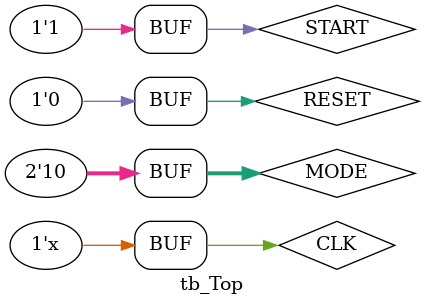
<source format=v>
`timescale 1ns / 1ps


module tb_Top();

reg CLK = 0;
reg RESET = 0;
reg START = 0;
reg [1:0] MODE = 0;

wire SI; 
wire mainTOPAnode0; 
wire mainTOPAnode1;
wire mainTOPAnode2;
wire mainTOPAnode3; 
wire [6:0] mainTOPSevenSeg;

Top uut (CLK, RESET, START, MODE, SI, mainTOPAnode0, mainTOPAnode1,mainTOPAnode2,mainTOPAnode3,mainTOPSevenSeg);

always #5 CLK = ~CLK; // 100MHz

initial begin
//inputs here

RESET = 0; 
START = 1;
MODE = 2;


end

endmodule

</source>
